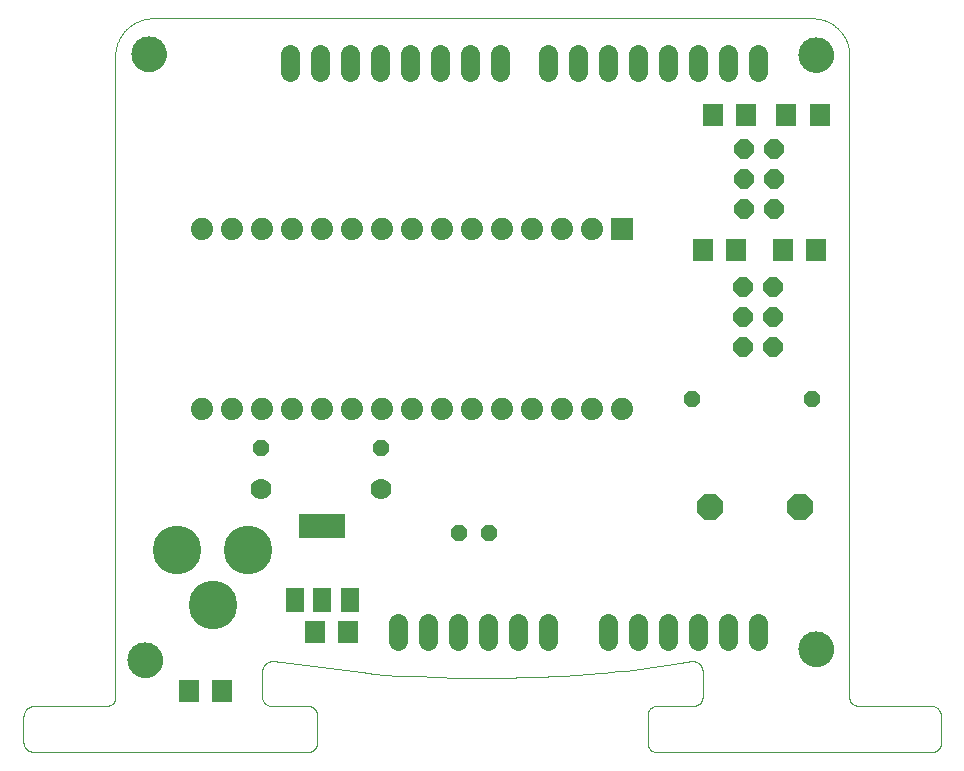
<source format=gts>
G75*
%MOIN*%
%OFA0B0*%
%FSLAX25Y25*%
%IPPOS*%
%LPD*%
%AMOC8*
5,1,8,0,0,1.08239X$1,22.5*
%
%ADD10C,0.00000*%
%ADD11C,0.11817*%
%ADD12C,0.00300*%
%ADD13R,0.07400X0.07400*%
%ADD14C,0.07400*%
%ADD15C,0.06400*%
%ADD16OC8,0.05600*%
%ADD17OC8,0.08900*%
%ADD18C,0.16200*%
%ADD19C,0.07000*%
%ADD20R,0.06699X0.07487*%
%ADD21R,0.06306X0.08274*%
%ADD22R,0.15361X0.08274*%
%ADD23OC8,0.06400*%
D10*
X0035911Y0031893D02*
X0035913Y0032044D01*
X0035919Y0032194D01*
X0035929Y0032345D01*
X0035943Y0032495D01*
X0035961Y0032644D01*
X0035982Y0032794D01*
X0036008Y0032942D01*
X0036038Y0033090D01*
X0036071Y0033237D01*
X0036109Y0033383D01*
X0036150Y0033528D01*
X0036195Y0033672D01*
X0036244Y0033814D01*
X0036297Y0033955D01*
X0036353Y0034095D01*
X0036413Y0034233D01*
X0036476Y0034370D01*
X0036544Y0034505D01*
X0036614Y0034638D01*
X0036688Y0034769D01*
X0036766Y0034898D01*
X0036847Y0035025D01*
X0036931Y0035150D01*
X0037019Y0035273D01*
X0037110Y0035393D01*
X0037204Y0035511D01*
X0037301Y0035626D01*
X0037401Y0035739D01*
X0037504Y0035849D01*
X0037610Y0035956D01*
X0037719Y0036061D01*
X0037830Y0036162D01*
X0037944Y0036261D01*
X0038060Y0036356D01*
X0038180Y0036449D01*
X0038301Y0036538D01*
X0038425Y0036624D01*
X0038551Y0036707D01*
X0038679Y0036786D01*
X0038809Y0036862D01*
X0038941Y0036935D01*
X0039075Y0037003D01*
X0039211Y0037069D01*
X0039349Y0037131D01*
X0039488Y0037189D01*
X0039628Y0037243D01*
X0039770Y0037294D01*
X0039913Y0037341D01*
X0040058Y0037384D01*
X0040203Y0037423D01*
X0040350Y0037459D01*
X0040497Y0037490D01*
X0040645Y0037518D01*
X0040794Y0037542D01*
X0040943Y0037562D01*
X0041093Y0037578D01*
X0041243Y0037590D01*
X0041394Y0037598D01*
X0041545Y0037602D01*
X0041695Y0037602D01*
X0041846Y0037598D01*
X0041997Y0037590D01*
X0042147Y0037578D01*
X0042297Y0037562D01*
X0042446Y0037542D01*
X0042595Y0037518D01*
X0042743Y0037490D01*
X0042890Y0037459D01*
X0043037Y0037423D01*
X0043182Y0037384D01*
X0043327Y0037341D01*
X0043470Y0037294D01*
X0043612Y0037243D01*
X0043752Y0037189D01*
X0043891Y0037131D01*
X0044029Y0037069D01*
X0044165Y0037003D01*
X0044299Y0036935D01*
X0044431Y0036862D01*
X0044561Y0036786D01*
X0044689Y0036707D01*
X0044815Y0036624D01*
X0044939Y0036538D01*
X0045060Y0036449D01*
X0045180Y0036356D01*
X0045296Y0036261D01*
X0045410Y0036162D01*
X0045521Y0036061D01*
X0045630Y0035956D01*
X0045736Y0035849D01*
X0045839Y0035739D01*
X0045939Y0035626D01*
X0046036Y0035511D01*
X0046130Y0035393D01*
X0046221Y0035273D01*
X0046309Y0035150D01*
X0046393Y0035025D01*
X0046474Y0034898D01*
X0046552Y0034769D01*
X0046626Y0034638D01*
X0046696Y0034505D01*
X0046764Y0034370D01*
X0046827Y0034233D01*
X0046887Y0034095D01*
X0046943Y0033955D01*
X0046996Y0033814D01*
X0047045Y0033672D01*
X0047090Y0033528D01*
X0047131Y0033383D01*
X0047169Y0033237D01*
X0047202Y0033090D01*
X0047232Y0032942D01*
X0047258Y0032794D01*
X0047279Y0032644D01*
X0047297Y0032495D01*
X0047311Y0032345D01*
X0047321Y0032194D01*
X0047327Y0032044D01*
X0047329Y0031893D01*
X0047327Y0031742D01*
X0047321Y0031592D01*
X0047311Y0031441D01*
X0047297Y0031291D01*
X0047279Y0031142D01*
X0047258Y0030992D01*
X0047232Y0030844D01*
X0047202Y0030696D01*
X0047169Y0030549D01*
X0047131Y0030403D01*
X0047090Y0030258D01*
X0047045Y0030114D01*
X0046996Y0029972D01*
X0046943Y0029831D01*
X0046887Y0029691D01*
X0046827Y0029553D01*
X0046764Y0029416D01*
X0046696Y0029281D01*
X0046626Y0029148D01*
X0046552Y0029017D01*
X0046474Y0028888D01*
X0046393Y0028761D01*
X0046309Y0028636D01*
X0046221Y0028513D01*
X0046130Y0028393D01*
X0046036Y0028275D01*
X0045939Y0028160D01*
X0045839Y0028047D01*
X0045736Y0027937D01*
X0045630Y0027830D01*
X0045521Y0027725D01*
X0045410Y0027624D01*
X0045296Y0027525D01*
X0045180Y0027430D01*
X0045060Y0027337D01*
X0044939Y0027248D01*
X0044815Y0027162D01*
X0044689Y0027079D01*
X0044561Y0027000D01*
X0044431Y0026924D01*
X0044299Y0026851D01*
X0044165Y0026783D01*
X0044029Y0026717D01*
X0043891Y0026655D01*
X0043752Y0026597D01*
X0043612Y0026543D01*
X0043470Y0026492D01*
X0043327Y0026445D01*
X0043182Y0026402D01*
X0043037Y0026363D01*
X0042890Y0026327D01*
X0042743Y0026296D01*
X0042595Y0026268D01*
X0042446Y0026244D01*
X0042297Y0026224D01*
X0042147Y0026208D01*
X0041997Y0026196D01*
X0041846Y0026188D01*
X0041695Y0026184D01*
X0041545Y0026184D01*
X0041394Y0026188D01*
X0041243Y0026196D01*
X0041093Y0026208D01*
X0040943Y0026224D01*
X0040794Y0026244D01*
X0040645Y0026268D01*
X0040497Y0026296D01*
X0040350Y0026327D01*
X0040203Y0026363D01*
X0040058Y0026402D01*
X0039913Y0026445D01*
X0039770Y0026492D01*
X0039628Y0026543D01*
X0039488Y0026597D01*
X0039349Y0026655D01*
X0039211Y0026717D01*
X0039075Y0026783D01*
X0038941Y0026851D01*
X0038809Y0026924D01*
X0038679Y0027000D01*
X0038551Y0027079D01*
X0038425Y0027162D01*
X0038301Y0027248D01*
X0038180Y0027337D01*
X0038060Y0027430D01*
X0037944Y0027525D01*
X0037830Y0027624D01*
X0037719Y0027725D01*
X0037610Y0027830D01*
X0037504Y0027937D01*
X0037401Y0028047D01*
X0037301Y0028160D01*
X0037204Y0028275D01*
X0037110Y0028393D01*
X0037019Y0028513D01*
X0036931Y0028636D01*
X0036847Y0028761D01*
X0036766Y0028888D01*
X0036688Y0029017D01*
X0036614Y0029148D01*
X0036544Y0029281D01*
X0036476Y0029416D01*
X0036413Y0029553D01*
X0036353Y0029691D01*
X0036297Y0029831D01*
X0036244Y0029972D01*
X0036195Y0030114D01*
X0036150Y0030258D01*
X0036109Y0030403D01*
X0036071Y0030549D01*
X0036038Y0030696D01*
X0036008Y0030844D01*
X0035982Y0030992D01*
X0035961Y0031142D01*
X0035943Y0031291D01*
X0035929Y0031441D01*
X0035919Y0031592D01*
X0035913Y0031742D01*
X0035911Y0031893D01*
X0259600Y0035535D02*
X0259602Y0035686D01*
X0259608Y0035836D01*
X0259618Y0035987D01*
X0259632Y0036137D01*
X0259650Y0036286D01*
X0259671Y0036436D01*
X0259697Y0036584D01*
X0259727Y0036732D01*
X0259760Y0036879D01*
X0259798Y0037025D01*
X0259839Y0037170D01*
X0259884Y0037314D01*
X0259933Y0037456D01*
X0259986Y0037597D01*
X0260042Y0037737D01*
X0260102Y0037875D01*
X0260165Y0038012D01*
X0260233Y0038147D01*
X0260303Y0038280D01*
X0260377Y0038411D01*
X0260455Y0038540D01*
X0260536Y0038667D01*
X0260620Y0038792D01*
X0260708Y0038915D01*
X0260799Y0039035D01*
X0260893Y0039153D01*
X0260990Y0039268D01*
X0261090Y0039381D01*
X0261193Y0039491D01*
X0261299Y0039598D01*
X0261408Y0039703D01*
X0261519Y0039804D01*
X0261633Y0039903D01*
X0261749Y0039998D01*
X0261869Y0040091D01*
X0261990Y0040180D01*
X0262114Y0040266D01*
X0262240Y0040349D01*
X0262368Y0040428D01*
X0262498Y0040504D01*
X0262630Y0040577D01*
X0262764Y0040645D01*
X0262900Y0040711D01*
X0263038Y0040773D01*
X0263177Y0040831D01*
X0263317Y0040885D01*
X0263459Y0040936D01*
X0263602Y0040983D01*
X0263747Y0041026D01*
X0263892Y0041065D01*
X0264039Y0041101D01*
X0264186Y0041132D01*
X0264334Y0041160D01*
X0264483Y0041184D01*
X0264632Y0041204D01*
X0264782Y0041220D01*
X0264932Y0041232D01*
X0265083Y0041240D01*
X0265234Y0041244D01*
X0265384Y0041244D01*
X0265535Y0041240D01*
X0265686Y0041232D01*
X0265836Y0041220D01*
X0265986Y0041204D01*
X0266135Y0041184D01*
X0266284Y0041160D01*
X0266432Y0041132D01*
X0266579Y0041101D01*
X0266726Y0041065D01*
X0266871Y0041026D01*
X0267016Y0040983D01*
X0267159Y0040936D01*
X0267301Y0040885D01*
X0267441Y0040831D01*
X0267580Y0040773D01*
X0267718Y0040711D01*
X0267854Y0040645D01*
X0267988Y0040577D01*
X0268120Y0040504D01*
X0268250Y0040428D01*
X0268378Y0040349D01*
X0268504Y0040266D01*
X0268628Y0040180D01*
X0268749Y0040091D01*
X0268869Y0039998D01*
X0268985Y0039903D01*
X0269099Y0039804D01*
X0269210Y0039703D01*
X0269319Y0039598D01*
X0269425Y0039491D01*
X0269528Y0039381D01*
X0269628Y0039268D01*
X0269725Y0039153D01*
X0269819Y0039035D01*
X0269910Y0038915D01*
X0269998Y0038792D01*
X0270082Y0038667D01*
X0270163Y0038540D01*
X0270241Y0038411D01*
X0270315Y0038280D01*
X0270385Y0038147D01*
X0270453Y0038012D01*
X0270516Y0037875D01*
X0270576Y0037737D01*
X0270632Y0037597D01*
X0270685Y0037456D01*
X0270734Y0037314D01*
X0270779Y0037170D01*
X0270820Y0037025D01*
X0270858Y0036879D01*
X0270891Y0036732D01*
X0270921Y0036584D01*
X0270947Y0036436D01*
X0270968Y0036286D01*
X0270986Y0036137D01*
X0271000Y0035987D01*
X0271010Y0035836D01*
X0271016Y0035686D01*
X0271018Y0035535D01*
X0271016Y0035384D01*
X0271010Y0035234D01*
X0271000Y0035083D01*
X0270986Y0034933D01*
X0270968Y0034784D01*
X0270947Y0034634D01*
X0270921Y0034486D01*
X0270891Y0034338D01*
X0270858Y0034191D01*
X0270820Y0034045D01*
X0270779Y0033900D01*
X0270734Y0033756D01*
X0270685Y0033614D01*
X0270632Y0033473D01*
X0270576Y0033333D01*
X0270516Y0033195D01*
X0270453Y0033058D01*
X0270385Y0032923D01*
X0270315Y0032790D01*
X0270241Y0032659D01*
X0270163Y0032530D01*
X0270082Y0032403D01*
X0269998Y0032278D01*
X0269910Y0032155D01*
X0269819Y0032035D01*
X0269725Y0031917D01*
X0269628Y0031802D01*
X0269528Y0031689D01*
X0269425Y0031579D01*
X0269319Y0031472D01*
X0269210Y0031367D01*
X0269099Y0031266D01*
X0268985Y0031167D01*
X0268869Y0031072D01*
X0268749Y0030979D01*
X0268628Y0030890D01*
X0268504Y0030804D01*
X0268378Y0030721D01*
X0268250Y0030642D01*
X0268120Y0030566D01*
X0267988Y0030493D01*
X0267854Y0030425D01*
X0267718Y0030359D01*
X0267580Y0030297D01*
X0267441Y0030239D01*
X0267301Y0030185D01*
X0267159Y0030134D01*
X0267016Y0030087D01*
X0266871Y0030044D01*
X0266726Y0030005D01*
X0266579Y0029969D01*
X0266432Y0029938D01*
X0266284Y0029910D01*
X0266135Y0029886D01*
X0265986Y0029866D01*
X0265836Y0029850D01*
X0265686Y0029838D01*
X0265535Y0029830D01*
X0265384Y0029826D01*
X0265234Y0029826D01*
X0265083Y0029830D01*
X0264932Y0029838D01*
X0264782Y0029850D01*
X0264632Y0029866D01*
X0264483Y0029886D01*
X0264334Y0029910D01*
X0264186Y0029938D01*
X0264039Y0029969D01*
X0263892Y0030005D01*
X0263747Y0030044D01*
X0263602Y0030087D01*
X0263459Y0030134D01*
X0263317Y0030185D01*
X0263177Y0030239D01*
X0263038Y0030297D01*
X0262900Y0030359D01*
X0262764Y0030425D01*
X0262630Y0030493D01*
X0262498Y0030566D01*
X0262368Y0030642D01*
X0262240Y0030721D01*
X0262114Y0030804D01*
X0261990Y0030890D01*
X0261869Y0030979D01*
X0261749Y0031072D01*
X0261633Y0031167D01*
X0261519Y0031266D01*
X0261408Y0031367D01*
X0261299Y0031472D01*
X0261193Y0031579D01*
X0261090Y0031689D01*
X0260990Y0031802D01*
X0260893Y0031917D01*
X0260799Y0032035D01*
X0260708Y0032155D01*
X0260620Y0032278D01*
X0260536Y0032403D01*
X0260455Y0032530D01*
X0260377Y0032659D01*
X0260303Y0032790D01*
X0260233Y0032923D01*
X0260165Y0033058D01*
X0260102Y0033195D01*
X0260042Y0033333D01*
X0259986Y0033473D01*
X0259933Y0033614D01*
X0259884Y0033756D01*
X0259839Y0033900D01*
X0259798Y0034045D01*
X0259760Y0034191D01*
X0259727Y0034338D01*
X0259697Y0034486D01*
X0259671Y0034634D01*
X0259650Y0034784D01*
X0259632Y0034933D01*
X0259618Y0035083D01*
X0259608Y0035234D01*
X0259602Y0035384D01*
X0259600Y0035535D01*
X0259600Y0233661D02*
X0259602Y0233812D01*
X0259608Y0233962D01*
X0259618Y0234113D01*
X0259632Y0234263D01*
X0259650Y0234412D01*
X0259671Y0234562D01*
X0259697Y0234710D01*
X0259727Y0234858D01*
X0259760Y0235005D01*
X0259798Y0235151D01*
X0259839Y0235296D01*
X0259884Y0235440D01*
X0259933Y0235582D01*
X0259986Y0235723D01*
X0260042Y0235863D01*
X0260102Y0236001D01*
X0260165Y0236138D01*
X0260233Y0236273D01*
X0260303Y0236406D01*
X0260377Y0236537D01*
X0260455Y0236666D01*
X0260536Y0236793D01*
X0260620Y0236918D01*
X0260708Y0237041D01*
X0260799Y0237161D01*
X0260893Y0237279D01*
X0260990Y0237394D01*
X0261090Y0237507D01*
X0261193Y0237617D01*
X0261299Y0237724D01*
X0261408Y0237829D01*
X0261519Y0237930D01*
X0261633Y0238029D01*
X0261749Y0238124D01*
X0261869Y0238217D01*
X0261990Y0238306D01*
X0262114Y0238392D01*
X0262240Y0238475D01*
X0262368Y0238554D01*
X0262498Y0238630D01*
X0262630Y0238703D01*
X0262764Y0238771D01*
X0262900Y0238837D01*
X0263038Y0238899D01*
X0263177Y0238957D01*
X0263317Y0239011D01*
X0263459Y0239062D01*
X0263602Y0239109D01*
X0263747Y0239152D01*
X0263892Y0239191D01*
X0264039Y0239227D01*
X0264186Y0239258D01*
X0264334Y0239286D01*
X0264483Y0239310D01*
X0264632Y0239330D01*
X0264782Y0239346D01*
X0264932Y0239358D01*
X0265083Y0239366D01*
X0265234Y0239370D01*
X0265384Y0239370D01*
X0265535Y0239366D01*
X0265686Y0239358D01*
X0265836Y0239346D01*
X0265986Y0239330D01*
X0266135Y0239310D01*
X0266284Y0239286D01*
X0266432Y0239258D01*
X0266579Y0239227D01*
X0266726Y0239191D01*
X0266871Y0239152D01*
X0267016Y0239109D01*
X0267159Y0239062D01*
X0267301Y0239011D01*
X0267441Y0238957D01*
X0267580Y0238899D01*
X0267718Y0238837D01*
X0267854Y0238771D01*
X0267988Y0238703D01*
X0268120Y0238630D01*
X0268250Y0238554D01*
X0268378Y0238475D01*
X0268504Y0238392D01*
X0268628Y0238306D01*
X0268749Y0238217D01*
X0268869Y0238124D01*
X0268985Y0238029D01*
X0269099Y0237930D01*
X0269210Y0237829D01*
X0269319Y0237724D01*
X0269425Y0237617D01*
X0269528Y0237507D01*
X0269628Y0237394D01*
X0269725Y0237279D01*
X0269819Y0237161D01*
X0269910Y0237041D01*
X0269998Y0236918D01*
X0270082Y0236793D01*
X0270163Y0236666D01*
X0270241Y0236537D01*
X0270315Y0236406D01*
X0270385Y0236273D01*
X0270453Y0236138D01*
X0270516Y0236001D01*
X0270576Y0235863D01*
X0270632Y0235723D01*
X0270685Y0235582D01*
X0270734Y0235440D01*
X0270779Y0235296D01*
X0270820Y0235151D01*
X0270858Y0235005D01*
X0270891Y0234858D01*
X0270921Y0234710D01*
X0270947Y0234562D01*
X0270968Y0234412D01*
X0270986Y0234263D01*
X0271000Y0234113D01*
X0271010Y0233962D01*
X0271016Y0233812D01*
X0271018Y0233661D01*
X0271016Y0233510D01*
X0271010Y0233360D01*
X0271000Y0233209D01*
X0270986Y0233059D01*
X0270968Y0232910D01*
X0270947Y0232760D01*
X0270921Y0232612D01*
X0270891Y0232464D01*
X0270858Y0232317D01*
X0270820Y0232171D01*
X0270779Y0232026D01*
X0270734Y0231882D01*
X0270685Y0231740D01*
X0270632Y0231599D01*
X0270576Y0231459D01*
X0270516Y0231321D01*
X0270453Y0231184D01*
X0270385Y0231049D01*
X0270315Y0230916D01*
X0270241Y0230785D01*
X0270163Y0230656D01*
X0270082Y0230529D01*
X0269998Y0230404D01*
X0269910Y0230281D01*
X0269819Y0230161D01*
X0269725Y0230043D01*
X0269628Y0229928D01*
X0269528Y0229815D01*
X0269425Y0229705D01*
X0269319Y0229598D01*
X0269210Y0229493D01*
X0269099Y0229392D01*
X0268985Y0229293D01*
X0268869Y0229198D01*
X0268749Y0229105D01*
X0268628Y0229016D01*
X0268504Y0228930D01*
X0268378Y0228847D01*
X0268250Y0228768D01*
X0268120Y0228692D01*
X0267988Y0228619D01*
X0267854Y0228551D01*
X0267718Y0228485D01*
X0267580Y0228423D01*
X0267441Y0228365D01*
X0267301Y0228311D01*
X0267159Y0228260D01*
X0267016Y0228213D01*
X0266871Y0228170D01*
X0266726Y0228131D01*
X0266579Y0228095D01*
X0266432Y0228064D01*
X0266284Y0228036D01*
X0266135Y0228012D01*
X0265986Y0227992D01*
X0265836Y0227976D01*
X0265686Y0227964D01*
X0265535Y0227956D01*
X0265384Y0227952D01*
X0265234Y0227952D01*
X0265083Y0227956D01*
X0264932Y0227964D01*
X0264782Y0227976D01*
X0264632Y0227992D01*
X0264483Y0228012D01*
X0264334Y0228036D01*
X0264186Y0228064D01*
X0264039Y0228095D01*
X0263892Y0228131D01*
X0263747Y0228170D01*
X0263602Y0228213D01*
X0263459Y0228260D01*
X0263317Y0228311D01*
X0263177Y0228365D01*
X0263038Y0228423D01*
X0262900Y0228485D01*
X0262764Y0228551D01*
X0262630Y0228619D01*
X0262498Y0228692D01*
X0262368Y0228768D01*
X0262240Y0228847D01*
X0262114Y0228930D01*
X0261990Y0229016D01*
X0261869Y0229105D01*
X0261749Y0229198D01*
X0261633Y0229293D01*
X0261519Y0229392D01*
X0261408Y0229493D01*
X0261299Y0229598D01*
X0261193Y0229705D01*
X0261090Y0229815D01*
X0260990Y0229928D01*
X0260893Y0230043D01*
X0260799Y0230161D01*
X0260708Y0230281D01*
X0260620Y0230404D01*
X0260536Y0230529D01*
X0260455Y0230656D01*
X0260377Y0230785D01*
X0260303Y0230916D01*
X0260233Y0231049D01*
X0260165Y0231184D01*
X0260102Y0231321D01*
X0260042Y0231459D01*
X0259986Y0231599D01*
X0259933Y0231740D01*
X0259884Y0231882D01*
X0259839Y0232026D01*
X0259798Y0232171D01*
X0259760Y0232317D01*
X0259727Y0232464D01*
X0259697Y0232612D01*
X0259671Y0232760D01*
X0259650Y0232910D01*
X0259632Y0233059D01*
X0259618Y0233209D01*
X0259608Y0233360D01*
X0259602Y0233510D01*
X0259600Y0233661D01*
X0037169Y0233893D02*
X0037171Y0234044D01*
X0037177Y0234194D01*
X0037187Y0234345D01*
X0037201Y0234495D01*
X0037219Y0234644D01*
X0037240Y0234794D01*
X0037266Y0234942D01*
X0037296Y0235090D01*
X0037329Y0235237D01*
X0037367Y0235383D01*
X0037408Y0235528D01*
X0037453Y0235672D01*
X0037502Y0235814D01*
X0037555Y0235955D01*
X0037611Y0236095D01*
X0037671Y0236233D01*
X0037734Y0236370D01*
X0037802Y0236505D01*
X0037872Y0236638D01*
X0037946Y0236769D01*
X0038024Y0236898D01*
X0038105Y0237025D01*
X0038189Y0237150D01*
X0038277Y0237273D01*
X0038368Y0237393D01*
X0038462Y0237511D01*
X0038559Y0237626D01*
X0038659Y0237739D01*
X0038762Y0237849D01*
X0038868Y0237956D01*
X0038977Y0238061D01*
X0039088Y0238162D01*
X0039202Y0238261D01*
X0039318Y0238356D01*
X0039438Y0238449D01*
X0039559Y0238538D01*
X0039683Y0238624D01*
X0039809Y0238707D01*
X0039937Y0238786D01*
X0040067Y0238862D01*
X0040199Y0238935D01*
X0040333Y0239003D01*
X0040469Y0239069D01*
X0040607Y0239131D01*
X0040746Y0239189D01*
X0040886Y0239243D01*
X0041028Y0239294D01*
X0041171Y0239341D01*
X0041316Y0239384D01*
X0041461Y0239423D01*
X0041608Y0239459D01*
X0041755Y0239490D01*
X0041903Y0239518D01*
X0042052Y0239542D01*
X0042201Y0239562D01*
X0042351Y0239578D01*
X0042501Y0239590D01*
X0042652Y0239598D01*
X0042803Y0239602D01*
X0042953Y0239602D01*
X0043104Y0239598D01*
X0043255Y0239590D01*
X0043405Y0239578D01*
X0043555Y0239562D01*
X0043704Y0239542D01*
X0043853Y0239518D01*
X0044001Y0239490D01*
X0044148Y0239459D01*
X0044295Y0239423D01*
X0044440Y0239384D01*
X0044585Y0239341D01*
X0044728Y0239294D01*
X0044870Y0239243D01*
X0045010Y0239189D01*
X0045149Y0239131D01*
X0045287Y0239069D01*
X0045423Y0239003D01*
X0045557Y0238935D01*
X0045689Y0238862D01*
X0045819Y0238786D01*
X0045947Y0238707D01*
X0046073Y0238624D01*
X0046197Y0238538D01*
X0046318Y0238449D01*
X0046438Y0238356D01*
X0046554Y0238261D01*
X0046668Y0238162D01*
X0046779Y0238061D01*
X0046888Y0237956D01*
X0046994Y0237849D01*
X0047097Y0237739D01*
X0047197Y0237626D01*
X0047294Y0237511D01*
X0047388Y0237393D01*
X0047479Y0237273D01*
X0047567Y0237150D01*
X0047651Y0237025D01*
X0047732Y0236898D01*
X0047810Y0236769D01*
X0047884Y0236638D01*
X0047954Y0236505D01*
X0048022Y0236370D01*
X0048085Y0236233D01*
X0048145Y0236095D01*
X0048201Y0235955D01*
X0048254Y0235814D01*
X0048303Y0235672D01*
X0048348Y0235528D01*
X0048389Y0235383D01*
X0048427Y0235237D01*
X0048460Y0235090D01*
X0048490Y0234942D01*
X0048516Y0234794D01*
X0048537Y0234644D01*
X0048555Y0234495D01*
X0048569Y0234345D01*
X0048579Y0234194D01*
X0048585Y0234044D01*
X0048587Y0233893D01*
X0048585Y0233742D01*
X0048579Y0233592D01*
X0048569Y0233441D01*
X0048555Y0233291D01*
X0048537Y0233142D01*
X0048516Y0232992D01*
X0048490Y0232844D01*
X0048460Y0232696D01*
X0048427Y0232549D01*
X0048389Y0232403D01*
X0048348Y0232258D01*
X0048303Y0232114D01*
X0048254Y0231972D01*
X0048201Y0231831D01*
X0048145Y0231691D01*
X0048085Y0231553D01*
X0048022Y0231416D01*
X0047954Y0231281D01*
X0047884Y0231148D01*
X0047810Y0231017D01*
X0047732Y0230888D01*
X0047651Y0230761D01*
X0047567Y0230636D01*
X0047479Y0230513D01*
X0047388Y0230393D01*
X0047294Y0230275D01*
X0047197Y0230160D01*
X0047097Y0230047D01*
X0046994Y0229937D01*
X0046888Y0229830D01*
X0046779Y0229725D01*
X0046668Y0229624D01*
X0046554Y0229525D01*
X0046438Y0229430D01*
X0046318Y0229337D01*
X0046197Y0229248D01*
X0046073Y0229162D01*
X0045947Y0229079D01*
X0045819Y0229000D01*
X0045689Y0228924D01*
X0045557Y0228851D01*
X0045423Y0228783D01*
X0045287Y0228717D01*
X0045149Y0228655D01*
X0045010Y0228597D01*
X0044870Y0228543D01*
X0044728Y0228492D01*
X0044585Y0228445D01*
X0044440Y0228402D01*
X0044295Y0228363D01*
X0044148Y0228327D01*
X0044001Y0228296D01*
X0043853Y0228268D01*
X0043704Y0228244D01*
X0043555Y0228224D01*
X0043405Y0228208D01*
X0043255Y0228196D01*
X0043104Y0228188D01*
X0042953Y0228184D01*
X0042803Y0228184D01*
X0042652Y0228188D01*
X0042501Y0228196D01*
X0042351Y0228208D01*
X0042201Y0228224D01*
X0042052Y0228244D01*
X0041903Y0228268D01*
X0041755Y0228296D01*
X0041608Y0228327D01*
X0041461Y0228363D01*
X0041316Y0228402D01*
X0041171Y0228445D01*
X0041028Y0228492D01*
X0040886Y0228543D01*
X0040746Y0228597D01*
X0040607Y0228655D01*
X0040469Y0228717D01*
X0040333Y0228783D01*
X0040199Y0228851D01*
X0040067Y0228924D01*
X0039937Y0229000D01*
X0039809Y0229079D01*
X0039683Y0229162D01*
X0039559Y0229248D01*
X0039438Y0229337D01*
X0039318Y0229430D01*
X0039202Y0229525D01*
X0039088Y0229624D01*
X0038977Y0229725D01*
X0038868Y0229830D01*
X0038762Y0229937D01*
X0038659Y0230047D01*
X0038559Y0230160D01*
X0038462Y0230275D01*
X0038368Y0230393D01*
X0038277Y0230513D01*
X0038189Y0230636D01*
X0038105Y0230761D01*
X0038024Y0230888D01*
X0037946Y0231017D01*
X0037872Y0231148D01*
X0037802Y0231281D01*
X0037734Y0231416D01*
X0037671Y0231553D01*
X0037611Y0231691D01*
X0037555Y0231831D01*
X0037502Y0231972D01*
X0037453Y0232114D01*
X0037408Y0232258D01*
X0037367Y0232403D01*
X0037329Y0232549D01*
X0037296Y0232696D01*
X0037266Y0232844D01*
X0037240Y0232992D01*
X0037219Y0233142D01*
X0037201Y0233291D01*
X0037187Y0233441D01*
X0037177Y0233592D01*
X0037171Y0233742D01*
X0037169Y0233893D01*
D11*
X0042878Y0233893D03*
X0265309Y0233661D03*
X0265309Y0035535D03*
X0041620Y0031893D03*
D12*
X0004425Y0001268D02*
X0096163Y0001268D01*
X0096267Y0001270D01*
X0096372Y0001276D01*
X0096476Y0001285D01*
X0096580Y0001298D01*
X0096683Y0001316D01*
X0096785Y0001336D01*
X0096887Y0001361D01*
X0096987Y0001389D01*
X0097087Y0001421D01*
X0097185Y0001457D01*
X0097282Y0001496D01*
X0097377Y0001539D01*
X0097471Y0001585D01*
X0097563Y0001634D01*
X0097653Y0001687D01*
X0097742Y0001743D01*
X0097828Y0001802D01*
X0097912Y0001865D01*
X0097993Y0001930D01*
X0098072Y0001998D01*
X0098149Y0002069D01*
X0098223Y0002143D01*
X0098294Y0002220D01*
X0098362Y0002299D01*
X0098427Y0002380D01*
X0098490Y0002464D01*
X0098549Y0002550D01*
X0098605Y0002639D01*
X0098658Y0002729D01*
X0098707Y0002821D01*
X0098753Y0002915D01*
X0098796Y0003010D01*
X0098835Y0003107D01*
X0098871Y0003205D01*
X0098903Y0003305D01*
X0098931Y0003405D01*
X0098956Y0003507D01*
X0098976Y0003609D01*
X0098994Y0003712D01*
X0099007Y0003816D01*
X0099016Y0003920D01*
X0099022Y0004025D01*
X0099024Y0004129D01*
X0099024Y0013457D01*
X0099022Y0013569D01*
X0099016Y0013680D01*
X0099006Y0013791D01*
X0098992Y0013902D01*
X0098974Y0014012D01*
X0098953Y0014121D01*
X0098927Y0014230D01*
X0098897Y0014338D01*
X0098864Y0014444D01*
X0098827Y0014549D01*
X0098786Y0014653D01*
X0098742Y0014756D01*
X0098693Y0014856D01*
X0098642Y0014955D01*
X0098586Y0015052D01*
X0098528Y0015147D01*
X0098466Y0015240D01*
X0098400Y0015330D01*
X0098332Y0015418D01*
X0098260Y0015504D01*
X0098186Y0015587D01*
X0098108Y0015667D01*
X0098028Y0015745D01*
X0097945Y0015819D01*
X0097859Y0015891D01*
X0097771Y0015959D01*
X0097681Y0016025D01*
X0097588Y0016087D01*
X0097493Y0016145D01*
X0097396Y0016201D01*
X0097297Y0016252D01*
X0097197Y0016301D01*
X0097094Y0016345D01*
X0096990Y0016386D01*
X0096885Y0016423D01*
X0096779Y0016456D01*
X0096671Y0016486D01*
X0096562Y0016512D01*
X0096453Y0016533D01*
X0096343Y0016551D01*
X0096232Y0016565D01*
X0096121Y0016575D01*
X0096010Y0016581D01*
X0095898Y0016583D01*
X0083792Y0016583D01*
X0083682Y0016585D01*
X0083573Y0016591D01*
X0083463Y0016601D01*
X0083354Y0016614D01*
X0083246Y0016632D01*
X0083138Y0016653D01*
X0083032Y0016679D01*
X0082926Y0016708D01*
X0082821Y0016740D01*
X0082717Y0016777D01*
X0082615Y0016817D01*
X0082515Y0016861D01*
X0082416Y0016908D01*
X0082318Y0016959D01*
X0082223Y0017013D01*
X0082130Y0017071D01*
X0082038Y0017132D01*
X0081949Y0017196D01*
X0081863Y0017264D01*
X0081778Y0017334D01*
X0081697Y0017407D01*
X0081618Y0017484D01*
X0081541Y0017563D01*
X0081468Y0017644D01*
X0081398Y0017729D01*
X0081330Y0017815D01*
X0081266Y0017904D01*
X0081205Y0017996D01*
X0081147Y0018089D01*
X0081093Y0018184D01*
X0081042Y0018282D01*
X0080995Y0018381D01*
X0080951Y0018481D01*
X0080911Y0018583D01*
X0080874Y0018687D01*
X0080842Y0018792D01*
X0080813Y0018898D01*
X0080787Y0019004D01*
X0080766Y0019112D01*
X0080748Y0019220D01*
X0080735Y0019329D01*
X0080725Y0019439D01*
X0080719Y0019548D01*
X0080717Y0019658D01*
X0080717Y0028000D01*
X0080719Y0028117D01*
X0080725Y0028234D01*
X0080735Y0028351D01*
X0080748Y0028467D01*
X0080766Y0028583D01*
X0080787Y0028698D01*
X0080812Y0028813D01*
X0080842Y0028926D01*
X0080874Y0029038D01*
X0080911Y0029150D01*
X0080951Y0029260D01*
X0080995Y0029368D01*
X0081043Y0029475D01*
X0081094Y0029581D01*
X0081148Y0029684D01*
X0081206Y0029786D01*
X0081268Y0029886D01*
X0081332Y0029984D01*
X0081400Y0030079D01*
X0081471Y0030172D01*
X0081545Y0030263D01*
X0081623Y0030351D01*
X0081703Y0030437D01*
X0081785Y0030519D01*
X0081871Y0030599D01*
X0081959Y0030677D01*
X0082050Y0030751D01*
X0082143Y0030822D01*
X0082238Y0030890D01*
X0082336Y0030954D01*
X0082436Y0031016D01*
X0082538Y0031074D01*
X0082641Y0031128D01*
X0082747Y0031179D01*
X0082854Y0031227D01*
X0082962Y0031271D01*
X0083072Y0031311D01*
X0083184Y0031348D01*
X0083296Y0031380D01*
X0083409Y0031410D01*
X0083524Y0031435D01*
X0083639Y0031456D01*
X0083755Y0031474D01*
X0083871Y0031487D01*
X0083988Y0031497D01*
X0084105Y0031503D01*
X0084222Y0031505D01*
X0084280Y0031493D02*
X0113867Y0027725D01*
X0134339Y0026387D02*
X0136585Y0026349D01*
X0138830Y0026257D01*
X0141072Y0026111D01*
X0160047Y0025914D02*
X0160463Y0025888D01*
X0160879Y0025870D01*
X0161296Y0025861D01*
X0161712Y0025861D01*
X0162129Y0025870D01*
X0162545Y0025888D01*
X0162961Y0025914D01*
X0160048Y0025914D02*
X0159340Y0025959D01*
X0158631Y0025988D01*
X0157922Y0026003D01*
X0157213Y0026001D01*
X0156504Y0025985D01*
X0155796Y0025953D01*
X0162961Y0025914D02*
X0164544Y0026014D01*
X0166128Y0026081D01*
X0167714Y0026113D01*
X0169300Y0026111D01*
X0177016Y0026387D02*
X0178380Y0026489D01*
X0179745Y0026568D01*
X0181111Y0026623D01*
X0201977Y0028355D02*
X0215835Y0030244D01*
X0224101Y0031504D02*
X0224216Y0031502D01*
X0224330Y0031496D01*
X0224444Y0031487D01*
X0224558Y0031473D01*
X0224671Y0031456D01*
X0224784Y0031435D01*
X0224895Y0031411D01*
X0225006Y0031382D01*
X0225116Y0031350D01*
X0225225Y0031314D01*
X0225333Y0031275D01*
X0225439Y0031232D01*
X0225544Y0031186D01*
X0225647Y0031136D01*
X0225748Y0031082D01*
X0225847Y0031026D01*
X0225945Y0030966D01*
X0226041Y0030902D01*
X0226134Y0030836D01*
X0226225Y0030767D01*
X0226314Y0030694D01*
X0226400Y0030619D01*
X0226483Y0030540D01*
X0226564Y0030459D01*
X0226643Y0030376D01*
X0226718Y0030290D01*
X0226791Y0030201D01*
X0226860Y0030110D01*
X0226926Y0030017D01*
X0226990Y0029921D01*
X0227050Y0029823D01*
X0227106Y0029724D01*
X0227160Y0029623D01*
X0227210Y0029520D01*
X0227256Y0029415D01*
X0227299Y0029309D01*
X0227338Y0029201D01*
X0227374Y0029092D01*
X0227406Y0028982D01*
X0227435Y0028871D01*
X0227459Y0028760D01*
X0227480Y0028647D01*
X0227497Y0028534D01*
X0227511Y0028420D01*
X0227520Y0028306D01*
X0227526Y0028192D01*
X0227528Y0028077D01*
X0227528Y0019513D01*
X0227526Y0019407D01*
X0227520Y0019302D01*
X0227511Y0019197D01*
X0227497Y0019092D01*
X0227480Y0018988D01*
X0227459Y0018885D01*
X0227434Y0018782D01*
X0227405Y0018680D01*
X0227373Y0018580D01*
X0227337Y0018481D01*
X0227298Y0018383D01*
X0227255Y0018286D01*
X0227208Y0018192D01*
X0227158Y0018099D01*
X0227105Y0018007D01*
X0227048Y0017918D01*
X0226988Y0017831D01*
X0226925Y0017747D01*
X0226859Y0017664D01*
X0226790Y0017584D01*
X0226719Y0017507D01*
X0226644Y0017432D01*
X0226567Y0017361D01*
X0226487Y0017292D01*
X0226404Y0017226D01*
X0226320Y0017163D01*
X0226233Y0017103D01*
X0226144Y0017046D01*
X0226052Y0016993D01*
X0225959Y0016943D01*
X0225865Y0016896D01*
X0225768Y0016853D01*
X0225670Y0016814D01*
X0225571Y0016778D01*
X0225471Y0016746D01*
X0225369Y0016717D01*
X0225266Y0016692D01*
X0225163Y0016671D01*
X0225059Y0016654D01*
X0224954Y0016640D01*
X0224849Y0016631D01*
X0224744Y0016625D01*
X0224638Y0016623D01*
X0224638Y0016622D02*
X0212410Y0016622D01*
X0212410Y0016623D02*
X0212297Y0016621D01*
X0212185Y0016615D01*
X0212072Y0016605D01*
X0211961Y0016592D01*
X0211849Y0016574D01*
X0211739Y0016552D01*
X0211629Y0016527D01*
X0211520Y0016498D01*
X0211412Y0016465D01*
X0211306Y0016428D01*
X0211200Y0016388D01*
X0211097Y0016344D01*
X0210994Y0016296D01*
X0210894Y0016245D01*
X0210796Y0016190D01*
X0210699Y0016132D01*
X0210604Y0016071D01*
X0210512Y0016006D01*
X0210422Y0015938D01*
X0210334Y0015868D01*
X0210249Y0015794D01*
X0210167Y0015717D01*
X0210087Y0015637D01*
X0210010Y0015555D01*
X0209936Y0015470D01*
X0209866Y0015382D01*
X0209798Y0015292D01*
X0209733Y0015200D01*
X0209672Y0015105D01*
X0209614Y0015008D01*
X0209559Y0014910D01*
X0209508Y0014810D01*
X0209460Y0014707D01*
X0209416Y0014604D01*
X0209376Y0014498D01*
X0209339Y0014392D01*
X0209306Y0014284D01*
X0209277Y0014175D01*
X0209252Y0014065D01*
X0209230Y0013955D01*
X0209212Y0013843D01*
X0209199Y0013732D01*
X0209189Y0013619D01*
X0209183Y0013507D01*
X0209181Y0013394D01*
X0209181Y0013355D01*
X0209181Y0013276D02*
X0209181Y0004216D01*
X0209182Y0004216D02*
X0209184Y0004107D01*
X0209190Y0003997D01*
X0209200Y0003888D01*
X0209213Y0003780D01*
X0209231Y0003672D01*
X0209252Y0003564D01*
X0209277Y0003458D01*
X0209306Y0003352D01*
X0209339Y0003248D01*
X0209375Y0003145D01*
X0209415Y0003043D01*
X0209459Y0002942D01*
X0209506Y0002844D01*
X0209557Y0002747D01*
X0209611Y0002652D01*
X0209669Y0002558D01*
X0209730Y0002467D01*
X0209794Y0002379D01*
X0209861Y0002292D01*
X0209931Y0002208D01*
X0210004Y0002127D01*
X0210080Y0002048D01*
X0210159Y0001972D01*
X0210240Y0001899D01*
X0210324Y0001829D01*
X0210411Y0001762D01*
X0210499Y0001698D01*
X0210590Y0001637D01*
X0210684Y0001579D01*
X0210779Y0001525D01*
X0210876Y0001474D01*
X0210974Y0001427D01*
X0211075Y0001383D01*
X0211177Y0001343D01*
X0211280Y0001307D01*
X0211384Y0001274D01*
X0211490Y0001245D01*
X0211596Y0001220D01*
X0211704Y0001199D01*
X0211812Y0001181D01*
X0211920Y0001168D01*
X0212029Y0001158D01*
X0212139Y0001152D01*
X0212248Y0001150D01*
X0303740Y0001150D01*
X0303853Y0001152D01*
X0303966Y0001158D01*
X0304079Y0001167D01*
X0304191Y0001181D01*
X0304303Y0001198D01*
X0304414Y0001219D01*
X0304525Y0001244D01*
X0304634Y0001273D01*
X0304743Y0001305D01*
X0304850Y0001341D01*
X0304956Y0001381D01*
X0305061Y0001424D01*
X0305164Y0001471D01*
X0305265Y0001522D01*
X0305365Y0001575D01*
X0305462Y0001633D01*
X0305558Y0001693D01*
X0305652Y0001757D01*
X0305743Y0001824D01*
X0305832Y0001894D01*
X0305919Y0001966D01*
X0306003Y0002042D01*
X0306084Y0002121D01*
X0306163Y0002202D01*
X0306239Y0002286D01*
X0306311Y0002373D01*
X0306381Y0002462D01*
X0306448Y0002553D01*
X0306512Y0002647D01*
X0306572Y0002743D01*
X0306630Y0002840D01*
X0306683Y0002940D01*
X0306734Y0003041D01*
X0306781Y0003144D01*
X0306824Y0003249D01*
X0306864Y0003355D01*
X0306900Y0003462D01*
X0306932Y0003571D01*
X0306961Y0003680D01*
X0306986Y0003791D01*
X0307007Y0003902D01*
X0307024Y0004014D01*
X0307038Y0004126D01*
X0307047Y0004239D01*
X0307053Y0004352D01*
X0307055Y0004465D01*
X0307056Y0004465D02*
X0307056Y0013087D01*
X0307054Y0013205D01*
X0307048Y0013323D01*
X0307038Y0013441D01*
X0307024Y0013558D01*
X0307007Y0013675D01*
X0306985Y0013791D01*
X0306960Y0013907D01*
X0306930Y0014021D01*
X0306897Y0014135D01*
X0306860Y0014247D01*
X0306820Y0014358D01*
X0306775Y0014467D01*
X0306727Y0014575D01*
X0306676Y0014682D01*
X0306621Y0014786D01*
X0306562Y0014889D01*
X0306500Y0014990D01*
X0306435Y0015088D01*
X0306367Y0015184D01*
X0306295Y0015278D01*
X0306220Y0015370D01*
X0306142Y0015459D01*
X0306062Y0015545D01*
X0305978Y0015629D01*
X0305892Y0015709D01*
X0305803Y0015787D01*
X0305711Y0015862D01*
X0305617Y0015934D01*
X0305521Y0016002D01*
X0305423Y0016067D01*
X0305322Y0016129D01*
X0305219Y0016188D01*
X0305115Y0016243D01*
X0305008Y0016294D01*
X0304900Y0016342D01*
X0304791Y0016387D01*
X0304680Y0016427D01*
X0304568Y0016464D01*
X0304454Y0016497D01*
X0304340Y0016527D01*
X0304224Y0016552D01*
X0304108Y0016574D01*
X0303991Y0016591D01*
X0303874Y0016605D01*
X0303756Y0016615D01*
X0303638Y0016621D01*
X0303520Y0016623D01*
X0303520Y0016622D02*
X0279273Y0016622D01*
X0279168Y0016624D01*
X0279063Y0016630D01*
X0278959Y0016640D01*
X0278854Y0016653D01*
X0278751Y0016671D01*
X0278648Y0016692D01*
X0278546Y0016718D01*
X0278445Y0016747D01*
X0278346Y0016780D01*
X0278247Y0016816D01*
X0278150Y0016856D01*
X0278055Y0016900D01*
X0277961Y0016947D01*
X0277869Y0016998D01*
X0277779Y0017052D01*
X0277691Y0017110D01*
X0277606Y0017171D01*
X0277522Y0017235D01*
X0277441Y0017302D01*
X0277363Y0017372D01*
X0277287Y0017444D01*
X0277215Y0017520D01*
X0277145Y0017598D01*
X0277078Y0017679D01*
X0277014Y0017763D01*
X0276953Y0017848D01*
X0276895Y0017936D01*
X0276841Y0018026D01*
X0276790Y0018118D01*
X0276743Y0018212D01*
X0276699Y0018307D01*
X0276659Y0018404D01*
X0276623Y0018503D01*
X0276590Y0018602D01*
X0276561Y0018703D01*
X0276535Y0018805D01*
X0276514Y0018908D01*
X0276496Y0019011D01*
X0276483Y0019116D01*
X0276473Y0019220D01*
X0276467Y0019325D01*
X0276465Y0019430D01*
X0276465Y0233385D01*
X0276461Y0233684D01*
X0276451Y0233983D01*
X0276433Y0234281D01*
X0276407Y0234579D01*
X0276375Y0234876D01*
X0276335Y0235172D01*
X0276288Y0235468D01*
X0276235Y0235762D01*
X0276174Y0236054D01*
X0276106Y0236346D01*
X0276030Y0236635D01*
X0275948Y0236922D01*
X0275860Y0237208D01*
X0275764Y0237491D01*
X0275661Y0237772D01*
X0275552Y0238050D01*
X0275436Y0238326D01*
X0275313Y0238598D01*
X0275184Y0238868D01*
X0275048Y0239134D01*
X0274906Y0239397D01*
X0274757Y0239657D01*
X0274603Y0239912D01*
X0274442Y0240164D01*
X0274275Y0240413D01*
X0274102Y0240656D01*
X0273924Y0240896D01*
X0273739Y0241132D01*
X0273549Y0241362D01*
X0273354Y0241588D01*
X0273153Y0241810D01*
X0272947Y0242026D01*
X0272735Y0242238D01*
X0272519Y0242444D01*
X0272297Y0242645D01*
X0272071Y0242840D01*
X0271841Y0243030D01*
X0271605Y0243215D01*
X0271365Y0243393D01*
X0271122Y0243566D01*
X0270873Y0243733D01*
X0270621Y0243894D01*
X0270366Y0244048D01*
X0270106Y0244197D01*
X0269843Y0244339D01*
X0269577Y0244475D01*
X0269307Y0244604D01*
X0269035Y0244727D01*
X0268759Y0244843D01*
X0268481Y0244952D01*
X0268200Y0245055D01*
X0267917Y0245151D01*
X0267631Y0245239D01*
X0267344Y0245321D01*
X0267055Y0245397D01*
X0266763Y0245465D01*
X0266471Y0245526D01*
X0266177Y0245579D01*
X0265881Y0245626D01*
X0265585Y0245666D01*
X0265288Y0245698D01*
X0264990Y0245724D01*
X0264692Y0245742D01*
X0264393Y0245752D01*
X0264094Y0245756D01*
X0044338Y0245756D01*
X0044338Y0245757D02*
X0044029Y0245753D01*
X0043721Y0245742D01*
X0043413Y0245723D01*
X0043106Y0245696D01*
X0042800Y0245662D01*
X0042494Y0245620D01*
X0042190Y0245571D01*
X0041887Y0245515D01*
X0041585Y0245451D01*
X0041285Y0245379D01*
X0040987Y0245301D01*
X0040691Y0245215D01*
X0040397Y0245122D01*
X0040105Y0245021D01*
X0039816Y0244914D01*
X0039530Y0244799D01*
X0039246Y0244678D01*
X0038966Y0244549D01*
X0038689Y0244414D01*
X0038415Y0244272D01*
X0038145Y0244123D01*
X0037879Y0243968D01*
X0037616Y0243806D01*
X0037358Y0243638D01*
X0037104Y0243463D01*
X0036854Y0243282D01*
X0036608Y0243096D01*
X0036368Y0242903D01*
X0036132Y0242704D01*
X0035901Y0242500D01*
X0035675Y0242290D01*
X0035454Y0242075D01*
X0035239Y0241854D01*
X0035029Y0241628D01*
X0034825Y0241397D01*
X0034626Y0241161D01*
X0034434Y0240920D01*
X0034247Y0240675D01*
X0034066Y0240425D01*
X0033892Y0240171D01*
X0033724Y0239912D01*
X0033562Y0239649D01*
X0033407Y0239383D01*
X0033258Y0239113D01*
X0033116Y0238839D01*
X0032981Y0238562D01*
X0032853Y0238282D01*
X0032731Y0237998D01*
X0032617Y0237712D01*
X0032509Y0237423D01*
X0032409Y0237131D01*
X0032316Y0236837D01*
X0032230Y0236541D01*
X0032151Y0236243D01*
X0032080Y0235943D01*
X0032016Y0235641D01*
X0031960Y0235338D01*
X0031911Y0235034D01*
X0031869Y0234728D01*
X0031835Y0234422D01*
X0031809Y0234114D01*
X0031790Y0233807D01*
X0031779Y0233498D01*
X0031775Y0233190D01*
X0031776Y0233190D02*
X0031702Y0019200D01*
X0031702Y0019201D02*
X0031700Y0019100D01*
X0031695Y0018999D01*
X0031685Y0018898D01*
X0031672Y0018799D01*
X0031654Y0018699D01*
X0031633Y0018601D01*
X0031608Y0018503D01*
X0031579Y0018406D01*
X0031546Y0018311D01*
X0031509Y0018217D01*
X0031469Y0018124D01*
X0031425Y0018033D01*
X0031378Y0017944D01*
X0031327Y0017857D01*
X0031273Y0017772D01*
X0031216Y0017689D01*
X0031155Y0017608D01*
X0031091Y0017530D01*
X0031025Y0017454D01*
X0030955Y0017381D01*
X0030882Y0017311D01*
X0030807Y0017244D01*
X0030729Y0017180D01*
X0030649Y0017119D01*
X0030567Y0017061D01*
X0030482Y0017006D01*
X0030395Y0016955D01*
X0030306Y0016907D01*
X0030215Y0016863D01*
X0030123Y0016822D01*
X0030029Y0016785D01*
X0029934Y0016751D01*
X0029838Y0016722D01*
X0029740Y0016696D01*
X0029642Y0016674D01*
X0029542Y0016656D01*
X0029442Y0016642D01*
X0029342Y0016632D01*
X0029241Y0016625D01*
X0029140Y0016623D01*
X0029140Y0016622D02*
X0004940Y0016622D01*
X0004940Y0016623D02*
X0004819Y0016621D01*
X0004697Y0016615D01*
X0004576Y0016605D01*
X0004455Y0016592D01*
X0004335Y0016574D01*
X0004216Y0016553D01*
X0004097Y0016528D01*
X0003979Y0016499D01*
X0003862Y0016466D01*
X0003746Y0016430D01*
X0003631Y0016390D01*
X0003518Y0016346D01*
X0003406Y0016299D01*
X0003296Y0016248D01*
X0003187Y0016193D01*
X0003080Y0016135D01*
X0002975Y0016074D01*
X0002872Y0016009D01*
X0002772Y0015941D01*
X0002673Y0015870D01*
X0002577Y0015796D01*
X0002483Y0015719D01*
X0002392Y0015639D01*
X0002303Y0015556D01*
X0002217Y0015470D01*
X0002134Y0015381D01*
X0002054Y0015290D01*
X0001977Y0015196D01*
X0001903Y0015100D01*
X0001832Y0015001D01*
X0001764Y0014901D01*
X0001699Y0014798D01*
X0001638Y0014693D01*
X0001580Y0014586D01*
X0001525Y0014477D01*
X0001474Y0014367D01*
X0001427Y0014255D01*
X0001383Y0014142D01*
X0001343Y0014027D01*
X0001307Y0013911D01*
X0001274Y0013794D01*
X0001245Y0013676D01*
X0001220Y0013557D01*
X0001199Y0013438D01*
X0001181Y0013318D01*
X0001168Y0013197D01*
X0001158Y0013076D01*
X0001152Y0012954D01*
X0001150Y0012833D01*
X0001150Y0004543D01*
X0001152Y0004431D01*
X0001158Y0004320D01*
X0001167Y0004208D01*
X0001181Y0004097D01*
X0001198Y0003987D01*
X0001218Y0003877D01*
X0001243Y0003768D01*
X0001271Y0003659D01*
X0001303Y0003552D01*
X0001339Y0003446D01*
X0001378Y0003342D01*
X0001421Y0003238D01*
X0001467Y0003136D01*
X0001517Y0003036D01*
X0001570Y0002938D01*
X0001627Y0002841D01*
X0001687Y0002747D01*
X0001749Y0002654D01*
X0001815Y0002564D01*
X0001885Y0002476D01*
X0001957Y0002391D01*
X0002032Y0002308D01*
X0002109Y0002227D01*
X0002190Y0002150D01*
X0002273Y0002075D01*
X0002358Y0002003D01*
X0002446Y0001933D01*
X0002536Y0001867D01*
X0002629Y0001805D01*
X0002723Y0001745D01*
X0002820Y0001688D01*
X0002918Y0001635D01*
X0003018Y0001585D01*
X0003120Y0001539D01*
X0003224Y0001496D01*
X0003328Y0001457D01*
X0003434Y0001421D01*
X0003541Y0001389D01*
X0003650Y0001361D01*
X0003759Y0001336D01*
X0003869Y0001316D01*
X0003979Y0001299D01*
X0004090Y0001285D01*
X0004202Y0001276D01*
X0004313Y0001270D01*
X0004425Y0001268D01*
X0169300Y0026111D02*
X0171231Y0026111D01*
X0173161Y0026156D01*
X0175090Y0026248D01*
X0177016Y0026387D01*
X0197685Y0027962D02*
X0198745Y0028090D01*
X0199808Y0028198D01*
X0200872Y0028286D01*
X0201937Y0028355D01*
X0155796Y0025953D02*
X0153342Y0025844D01*
X0150887Y0025788D01*
X0148431Y0025787D01*
X0145976Y0025841D01*
X0143522Y0025949D01*
X0141072Y0026111D01*
X0134339Y0026386D02*
X0130234Y0026455D01*
X0126132Y0026624D01*
X0122035Y0026892D01*
X0117946Y0027259D01*
X0113866Y0027724D01*
X0181110Y0026623D02*
X0185265Y0026805D01*
X0189414Y0027090D01*
X0193555Y0027475D01*
X0197685Y0027961D01*
X0215835Y0030244D02*
X0219993Y0030843D01*
X0224142Y0031504D01*
D13*
X0200561Y0175485D03*
D14*
X0190561Y0175485D03*
X0180561Y0175485D03*
X0170561Y0175485D03*
X0160561Y0175485D03*
X0150561Y0175485D03*
X0140561Y0175485D03*
X0130561Y0175485D03*
X0120561Y0175485D03*
X0110561Y0175485D03*
X0100561Y0175485D03*
X0090561Y0175485D03*
X0080561Y0175485D03*
X0070561Y0175485D03*
X0060561Y0175485D03*
X0060561Y0115485D03*
X0070561Y0115485D03*
X0080561Y0115485D03*
X0090561Y0115485D03*
X0100561Y0115485D03*
X0110561Y0115485D03*
X0120561Y0115485D03*
X0130561Y0115485D03*
X0140561Y0115485D03*
X0150561Y0115485D03*
X0160561Y0115485D03*
X0170561Y0115485D03*
X0180561Y0115485D03*
X0190561Y0115485D03*
X0200561Y0115485D03*
D15*
X0195867Y0044052D02*
X0195867Y0038052D01*
X0205867Y0038052D02*
X0205867Y0044052D01*
X0215867Y0044052D02*
X0215867Y0038052D01*
X0225867Y0038052D02*
X0225867Y0044052D01*
X0235867Y0044052D02*
X0235867Y0038052D01*
X0245867Y0038052D02*
X0245867Y0044052D01*
X0175867Y0044052D02*
X0175867Y0038052D01*
X0165867Y0038052D02*
X0165867Y0044052D01*
X0155867Y0044052D02*
X0155867Y0038052D01*
X0145867Y0038052D02*
X0145867Y0044052D01*
X0135867Y0044052D02*
X0135867Y0038052D01*
X0125867Y0038052D02*
X0125867Y0044052D01*
X0129882Y0228012D02*
X0129882Y0234012D01*
X0139882Y0234012D02*
X0139882Y0228012D01*
X0149882Y0228012D02*
X0149882Y0234012D01*
X0159882Y0234012D02*
X0159882Y0228012D01*
X0175867Y0228012D02*
X0175867Y0234012D01*
X0185867Y0234012D02*
X0185867Y0228012D01*
X0195867Y0228012D02*
X0195867Y0234012D01*
X0205867Y0234012D02*
X0205867Y0228012D01*
X0215867Y0228012D02*
X0215867Y0234012D01*
X0225867Y0234012D02*
X0225867Y0228012D01*
X0235867Y0228012D02*
X0235867Y0234012D01*
X0245867Y0234012D02*
X0245867Y0228012D01*
X0119882Y0228012D02*
X0119882Y0234012D01*
X0109882Y0234012D02*
X0109882Y0228012D01*
X0099882Y0228012D02*
X0099882Y0234012D01*
X0089882Y0234012D02*
X0089882Y0228012D01*
D16*
X0224126Y0118896D03*
X0264126Y0118896D03*
X0156201Y0074174D03*
X0146201Y0074174D03*
X0120377Y0102612D03*
X0080377Y0102612D03*
D17*
X0229984Y0082932D03*
X0259984Y0082932D03*
D18*
X0076056Y0068624D03*
X0064245Y0050120D03*
X0052434Y0068624D03*
D19*
X0080484Y0088900D03*
X0120484Y0088900D03*
D20*
X0109503Y0041108D03*
X0098480Y0041108D03*
X0067344Y0021472D03*
X0056321Y0021472D03*
X0227707Y0168432D03*
X0238731Y0168432D03*
X0254380Y0168451D03*
X0265404Y0168451D03*
X0266511Y0213432D03*
X0255487Y0213432D03*
X0241911Y0213432D03*
X0230887Y0213432D03*
D21*
X0109881Y0051823D03*
X0100826Y0051823D03*
X0091771Y0051823D03*
D22*
X0100826Y0076626D03*
D23*
X0241077Y0136191D03*
X0251077Y0136191D03*
X0251077Y0146191D03*
X0241077Y0146191D03*
X0241077Y0156191D03*
X0251077Y0156191D03*
X0251380Y0182238D03*
X0241380Y0182238D03*
X0241380Y0192238D03*
X0251380Y0192238D03*
X0251380Y0202238D03*
X0241380Y0202238D03*
M02*

</source>
